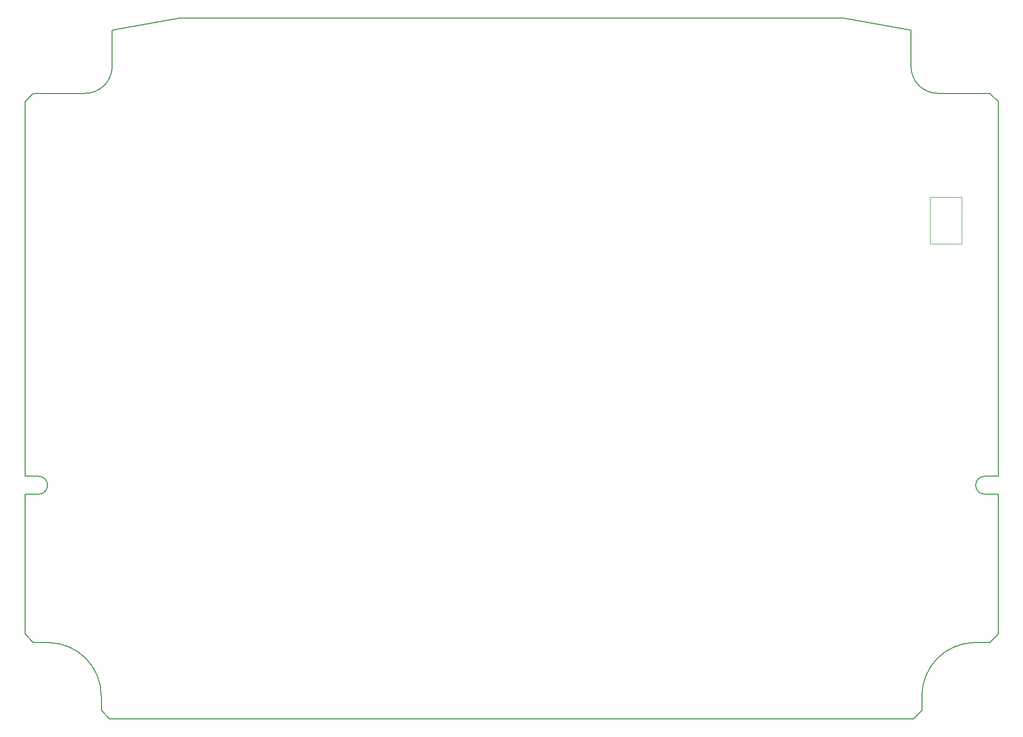
<source format=gbr>
%TF.GenerationSoftware,KiCad,Pcbnew,7.0.8-1.fc38*%
%TF.CreationDate,2023-10-16T01:27:14-03:00*%
%TF.ProjectId,OpenEFI_rev4,4f70656e-4546-4495-9f72-6576342e6b69,v4*%
%TF.SameCoordinates,Original*%
%TF.FileFunction,Profile,NP*%
%FSLAX46Y46*%
G04 Gerber Fmt 4.6, Leading zero omitted, Abs format (unit mm)*
G04 Created by KiCad (PCBNEW 7.0.8-1.fc38) date 2023-10-16 01:27:14*
%MOMM*%
%LPD*%
G01*
G04 APERTURE LIST*
%TA.AperFunction,Profile*%
%ADD10C,0.200000*%
%TD*%
%TA.AperFunction,Profile*%
%ADD11C,0.120000*%
%TD*%
G04 APERTURE END LIST*
D10*
X211474750Y-119709000D02*
G75*
G03*
X211474750Y-122709000I-150J-1500000D01*
G01*
X209914750Y-147698950D02*
G75*
G03*
X200914750Y-156699000I50J-9000050D01*
G01*
X211474750Y-119709000D02*
X213774750Y-119709000D01*
X199074690Y-50767002D02*
G75*
G03*
X203574750Y-55209002I4546910J105902D01*
G01*
X187734750Y-42559000D02*
X199074750Y-44559000D01*
X59887550Y-55208999D02*
G75*
G03*
X64474749Y-50647001I18020J4569149D01*
G01*
X213774750Y-56623214D02*
X213774750Y-119709000D01*
X52074750Y-122709001D02*
X49774750Y-122709001D01*
X213774750Y-56623214D02*
X212360536Y-55209001D01*
X64459550Y-44559000D02*
X64474750Y-50647001D01*
X62634750Y-159144787D02*
X64048963Y-160559000D01*
X49774750Y-56623214D02*
X49774750Y-119709001D01*
X200914750Y-159144787D02*
X199500536Y-160559000D01*
X62634749Y-156699001D02*
G75*
G03*
X53634750Y-147699001I-8999999J1D01*
G01*
X213774750Y-146284787D02*
X212360536Y-147699000D01*
X52074750Y-122708999D02*
G75*
G03*
X52074750Y-119709001I-50J1499999D01*
G01*
X49774749Y-146284787D02*
X51188963Y-147699001D01*
X209914750Y-147699000D02*
X212360536Y-147699000D01*
X211474750Y-122709000D02*
X213774750Y-122709000D01*
X199074750Y-44559000D02*
X199074750Y-50767001D01*
X52074750Y-119709001D02*
X49774750Y-119709001D01*
X51188963Y-55209000D02*
X59887550Y-55209000D01*
X75814750Y-42559000D02*
X187734750Y-42559000D01*
X62634750Y-156699001D02*
X62634750Y-159144787D01*
X213774750Y-122709001D02*
X213774750Y-146284787D01*
X53634750Y-147699001D02*
X51188963Y-147699001D01*
X75814750Y-42559000D02*
X64459550Y-44559000D01*
X200914750Y-156699000D02*
X200914750Y-159144787D01*
X49774750Y-56623214D02*
X51188963Y-55209001D01*
X212360536Y-55209000D02*
X203574750Y-55209000D01*
X49774750Y-122709001D02*
X49774750Y-146284787D01*
X64048963Y-160559001D02*
X199500536Y-160559000D01*
D11*
%TO.C,U19*%
X207592300Y-72697200D02*
X202258300Y-72697200D01*
X202258300Y-72697200D02*
X202258300Y-80571200D01*
X202258300Y-80571200D02*
X207592300Y-80571200D01*
X207592300Y-80571200D02*
X207592300Y-72697200D01*
%TD*%
M02*

</source>
